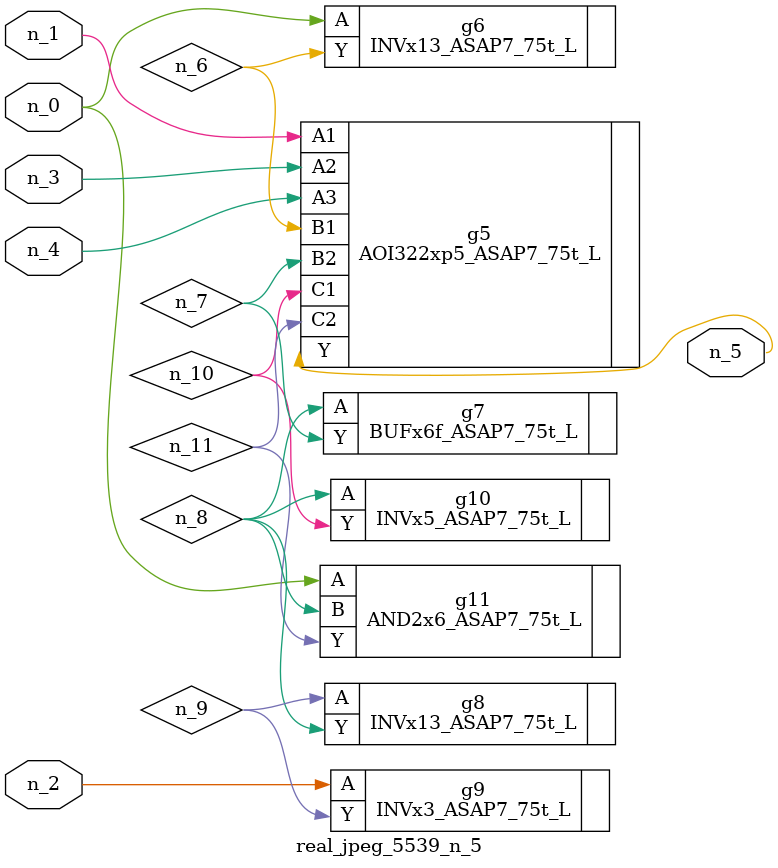
<source format=v>
module real_jpeg_5539_n_5 (n_4, n_0, n_1, n_2, n_3, n_5);

input n_4;
input n_0;
input n_1;
input n_2;
input n_3;

output n_5;

wire n_8;
wire n_11;
wire n_6;
wire n_7;
wire n_10;
wire n_9;

INVx13_ASAP7_75t_L g6 ( 
.A(n_0),
.Y(n_6)
);

AND2x6_ASAP7_75t_L g11 ( 
.A(n_0),
.B(n_8),
.Y(n_11)
);

AOI322xp5_ASAP7_75t_L g5 ( 
.A1(n_1),
.A2(n_3),
.A3(n_4),
.B1(n_6),
.B2(n_7),
.C1(n_10),
.C2(n_11),
.Y(n_5)
);

INVx3_ASAP7_75t_L g9 ( 
.A(n_2),
.Y(n_9)
);

BUFx6f_ASAP7_75t_L g7 ( 
.A(n_8),
.Y(n_7)
);

INVx5_ASAP7_75t_L g10 ( 
.A(n_8),
.Y(n_10)
);

INVx13_ASAP7_75t_L g8 ( 
.A(n_9),
.Y(n_8)
);


endmodule
</source>
